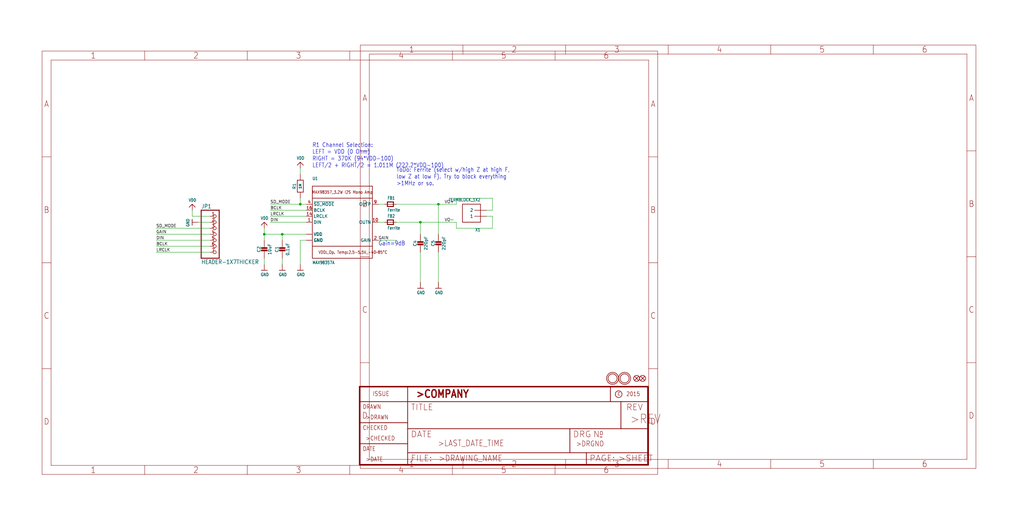
<source format=kicad_sch>
(kicad_sch (version 20211123) (generator eeschema)
  (paper "User" 433.07 220.421)
  (lib_symbols
    (symbol "eagleSchem-eagle-import:AUDIOAMP_MAX98357"
      (property "Reference" "U" (at -12.7 17.78 0))
      (property "Value" "AUDIOAMP_MAX98357" (at -12.7 -17.78 0))
      (symbol "AUDIOAMP_MAX98357_1_0"
        (polyline (pts (xy -12.7 -15.24) (xy 12.7 -15.24)) (stroke (width 0.254)))
        (polyline (pts (xy -12.7 -10.16) (xy -12.7 -15.24)) (stroke (width 0.254)))
        (polyline (pts (xy -12.7 -10.16) (xy -12.7 10.16)) (stroke (width 0.254)))
        (polyline (pts (xy -12.7 10.16) (xy -12.7 15.24)) (stroke (width 0.254)))
        (polyline (pts (xy -12.7 10.16) (xy 12.7 10.16)) (stroke (width 0.254)))
        (polyline (pts (xy -12.7 15.24) (xy 12.7 15.24)) (stroke (width 0.254)))
        (polyline (pts (xy 12.7 -15.24) (xy 12.7 -10.16)) (stroke (width 0.254)))
        (polyline (pts (xy 12.7 -10.16) (xy -12.7 -10.16)) (stroke (width 0.254)))
        (polyline (pts (xy 12.7 10.16) (xy 12.7 -10.16)) (stroke (width 0.254)))
        (polyline (pts (xy 12.7 15.24) (xy 12.7 10.16)) (stroke (width 0.254)))
        (text "2.5-5.5V_-40~85°C" (at 2.54 -12.7 0) (effects (font (size 1.27 1.0795)) (justify left)))
        (text "MAX98357_3.2W I2S Mono Amp" (at 0 12.7 0) (effects (font (size 1.27 1.0795))))
        (text "VDD:_Op. Temp:" (at -10.16 -12.7 0) (effects (font (size 1.27 1.0795)) (justify left)))
        (pin bidirectional line (at -15.24 0 0) (length 2.54) (name "DIN") (number "1"))
        (pin output line (at 15.24 0 180) (length 2.54) (name "OUTN") (number "10"))
        (pin power_in line (at -15.24 -7.62 0) (length 2.54) (name "GND") (number "11"))
        (pin bidirectional line (at -15.24 2.54 0) (length 2.54) (name "LRCLK") (number "14"))
        (pin power_in line (at -15.24 -7.62 0) (length 2.54) (name "GND") (number "15"))
        (pin bidirectional line (at -15.24 5.08 0) (length 2.54) (name "BCLK") (number "16"))
        (pin bidirectional line (at 15.24 -7.62 180) (length 2.54) (name "GAIN") (number "2"))
        (pin power_in line (at -15.24 -7.62 0) (length 2.54) (name "GND") (number "3"))
        (pin bidirectional line (at -15.24 7.62 0) (length 2.54) (name "~{SD_MODE}") (number "4"))
        (pin power_in line (at -15.24 -5.08 0) (length 2.54) (name "VDD") (number "7"))
        (pin power_in line (at -15.24 -5.08 0) (length 2.54) (name "VDD") (number "8"))
        (pin output line (at 15.24 7.62 180) (length 2.54) (name "OUTP") (number "9"))
        (pin power_in line (at -15.24 -7.62 0) (length 2.54) (name "GND") (number "THERMAL"))
      )
    )
    (symbol "eagleSchem-eagle-import:CAP_CERAMIC0805-NOOUTLINE"
      (property "Reference" "C" (at -2.29 1.25 90))
      (property "Value" "CAP_CERAMIC0805-NOOUTLINE" (at 2.3 1.25 90))
      (symbol "CAP_CERAMIC0805-NOOUTLINE_1_0"
        (rectangle (start -1.27 0.508) (end 1.27 1.016) (fill (type outline)))
        (rectangle (start -1.27 1.524) (end 1.27 2.032) (fill (type outline)))
        (polyline (pts (xy 0 0.762) (xy 0 0)) (stroke (width 0.1524)))
        (polyline (pts (xy 0 2.54) (xy 0 1.778)) (stroke (width 0.1524)))
        (pin passive line (at 0 5.08 270) (length 2.54) (name "1") (number "1"))
        (pin passive line (at 0 -2.54 90) (length 2.54) (name "2") (number "2"))
      )
    )
    (symbol "eagleSchem-eagle-import:FERRITE-0805NO"
      (property "Reference" "FB" (at -1.27 1.905 0))
      (property "Value" "FERRITE-0805NO" (at -1.27 -3.175 0))
      (symbol "FERRITE-0805NO_1_0"
        (polyline (pts (xy -1.27 -0.9525) (xy -1.27 0.9525)) (stroke (width 0.4064)))
        (polyline (pts (xy -1.27 0.9525) (xy 1.27 0.9525)) (stroke (width 0.4064)))
        (polyline (pts (xy 1.27 -0.9525) (xy -1.27 -0.9525)) (stroke (width 0.4064)))
        (polyline (pts (xy 1.27 0.9525) (xy 1.27 -0.9525)) (stroke (width 0.4064)))
        (pin passive line (at -2.54 0 0) (length 2.54) (name "P$1") (number "1"))
        (pin passive line (at 2.54 0 180) (length 2.54) (name "P$2") (number "2"))
      )
    )
    (symbol "eagleSchem-eagle-import:FIDUCIAL{dblquote}{dblquote}"
      (symbol "FIDUCIAL{dblquote}{dblquote}_1_0"
        (polyline (pts (xy -0.762 0.762) (xy 0.762 -0.762)) (stroke (width 0.254)))
        (polyline (pts (xy 0.762 0.762) (xy -0.762 -0.762)) (stroke (width 0.254)))
        (circle (center 0 0) (radius 1.27) (stroke (width 0.254)))
      )
    )
    (symbol "eagleSchem-eagle-import:FRAME_A4"
      (symbol "FRAME_A4_0_0"
        (polyline (pts (xy 0 44.7675) (xy 3.81 44.7675)))
        (polyline (pts (xy 0 89.535) (xy 3.81 89.535)))
        (polyline (pts (xy 0 134.3025) (xy 3.81 134.3025)))
        (polyline (pts (xy 3.81 3.81) (xy 3.81 175.26)))
        (polyline (pts (xy 43.3917 0) (xy 43.3917 3.81)))
        (polyline (pts (xy 43.3917 175.26) (xy 43.3917 179.07)))
        (polyline (pts (xy 86.7833 0) (xy 86.7833 3.81)))
        (polyline (pts (xy 86.7833 175.26) (xy 86.7833 179.07)))
        (polyline (pts (xy 130.175 0) (xy 130.175 3.81)))
        (polyline (pts (xy 130.175 175.26) (xy 130.175 179.07)))
        (polyline (pts (xy 173.5667 0) (xy 173.5667 3.81)))
        (polyline (pts (xy 173.5667 175.26) (xy 173.5667 179.07)))
        (polyline (pts (xy 216.9583 0) (xy 216.9583 3.81)))
        (polyline (pts (xy 216.9583 175.26) (xy 216.9583 179.07)))
        (polyline (pts (xy 256.54 3.81) (xy 3.81 3.81)))
        (polyline (pts (xy 256.54 3.81) (xy 256.54 175.26)))
        (polyline (pts (xy 256.54 44.7675) (xy 260.35 44.7675)))
        (polyline (pts (xy 256.54 89.535) (xy 260.35 89.535)))
        (polyline (pts (xy 256.54 134.3025) (xy 260.35 134.3025)))
        (polyline (pts (xy 256.54 175.26) (xy 3.81 175.26)))
        (polyline (pts (xy 0 0) (xy 260.35 0) (xy 260.35 179.07) (xy 0 179.07) (xy 0 0)))
        (text "1" (at 21.6958 1.905 0) (effects (font (size 2.54 2.286))))
        (text "1" (at 21.6958 177.165 0) (effects (font (size 2.54 2.286))))
        (text "2" (at 65.0875 1.905 0) (effects (font (size 2.54 2.286))))
        (text "2" (at 65.0875 177.165 0) (effects (font (size 2.54 2.286))))
        (text "3" (at 108.4792 1.905 0) (effects (font (size 2.54 2.286))))
        (text "3" (at 108.4792 177.165 0) (effects (font (size 2.54 2.286))))
        (text "4" (at 151.8708 1.905 0) (effects (font (size 2.54 2.286))))
        (text "4" (at 151.8708 177.165 0) (effects (font (size 2.54 2.286))))
        (text "5" (at 195.2625 1.905 0) (effects (font (size 2.54 2.286))))
        (text "5" (at 195.2625 177.165 0) (effects (font (size 2.54 2.286))))
        (text "6" (at 238.6542 1.905 0) (effects (font (size 2.54 2.286))))
        (text "6" (at 238.6542 177.165 0) (effects (font (size 2.54 2.286))))
        (text "A" (at 1.905 156.6863 0) (effects (font (size 2.54 2.286))))
        (text "A" (at 258.445 156.6863 0) (effects (font (size 2.54 2.286))))
        (text "B" (at 1.905 111.9188 0) (effects (font (size 2.54 2.286))))
        (text "B" (at 258.445 111.9188 0) (effects (font (size 2.54 2.286))))
        (text "C" (at 1.905 67.1513 0) (effects (font (size 2.54 2.286))))
        (text "C" (at 258.445 67.1513 0) (effects (font (size 2.54 2.286))))
        (text "D" (at 1.905 22.3838 0) (effects (font (size 2.54 2.286))))
        (text "D" (at 258.445 22.3838 0) (effects (font (size 2.54 2.286))))
      )
      (symbol "FRAME_A4_1_0"
        (polyline (pts (xy 256.54 3.81) (xy 256.54 8.89)) (stroke (width 0.1016)))
        (polyline (pts (xy 256.54 8.89) (xy 256.54 13.97)) (stroke (width 0.1016)))
        (polyline (pts (xy 256.54 13.97) (xy 256.54 19.05)) (stroke (width 0.1016)))
        (polyline (pts (xy 256.54 19.05) (xy 256.54 36.83)) (stroke (width 0.1016)))
      )
      (symbol "FRAME_A4_2_0"
        (polyline (pts (xy -0.3048 1.5748) (xy 20.0152 1.5748)) (stroke (width 0.6096)))
        (polyline (pts (xy -0.3048 10.4648) (xy -0.3048 1.5748)) (stroke (width 0.6096)))
        (polyline (pts (xy -0.3048 10.4648) (xy 20.0152 10.4648)) (stroke (width 0.3048)))
        (polyline (pts (xy -0.3048 19.3548) (xy -0.3048 10.4648)) (stroke (width 0.6096)))
        (polyline (pts (xy -0.3048 19.3548) (xy 20.0152 19.3548)) (stroke (width 0.3048)))
        (polyline (pts (xy -0.3048 28.2448) (xy -0.3048 19.3548)) (stroke (width 0.6096)))
        (polyline (pts (xy -0.3048 28.2448) (xy 20.0152 28.2448)) (stroke (width 0.3048)))
        (polyline (pts (xy -0.3048 34.5948) (xy -0.3048 28.2448)) (stroke (width 0.6096)))
        (polyline (pts (xy 20.0152 1.5748) (xy 20.0152 6.6548)) (stroke (width 0.3048)))
        (polyline (pts (xy 20.0152 1.5748) (xy 95.5802 1.5748)) (stroke (width 0.6096)))
        (polyline (pts (xy 20.0152 6.6548) (xy 20.0152 10.4648)) (stroke (width 0.3048)))
        (polyline (pts (xy 20.0152 6.6548) (xy 88.5952 6.6548)) (stroke (width 0.3048)))
        (polyline (pts (xy 20.0152 10.4648) (xy 20.0152 16.8148)) (stroke (width 0.3048)))
        (polyline (pts (xy 20.0152 16.8148) (xy 20.0152 19.3548)) (stroke (width 0.3048)))
        (polyline (pts (xy 20.0152 19.3548) (xy 20.0152 28.2448)) (stroke (width 0.3048)))
        (polyline (pts (xy 20.0152 28.2448) (xy 20.0152 34.5948)) (stroke (width 0.3048)))
        (polyline (pts (xy 20.0152 28.2448) (xy 105.7402 28.2448)) (stroke (width 0.3048)))
        (polyline (pts (xy 20.0152 34.5948) (xy -0.3048 34.5948)) (stroke (width 0.6096)))
        (polyline (pts (xy 88.5952 6.6548) (xy 95.5802 6.6548)) (stroke (width 0.3048)))
        (polyline (pts (xy 88.5952 16.8148) (xy 20.0152 16.8148)) (stroke (width 0.3048)))
        (polyline (pts (xy 88.5952 16.8148) (xy 88.5952 6.6548)) (stroke (width 0.3048)))
        (polyline (pts (xy 95.5802 1.5748) (xy 121.6152 1.5748)) (stroke (width 0.6096)))
        (polyline (pts (xy 95.5802 6.6548) (xy 95.5802 1.5748)) (stroke (width 0.3048)))
        (polyline (pts (xy 95.5802 6.6548) (xy 121.6152 6.6548)) (stroke (width 0.3048)))
        (polyline (pts (xy 101.2952 13.3223) (xy 102.2477 13.3223)) (stroke (width 0.254)))
        (polyline (pts (xy 105.7402 28.2448) (xy 105.7402 34.5948)) (stroke (width 0.3048)))
        (polyline (pts (xy 105.7402 28.2448) (xy 110.1852 28.2448)) (stroke (width 0.3048)))
        (polyline (pts (xy 105.7402 34.5948) (xy 20.0152 34.5948)) (stroke (width 0.6096)))
        (polyline (pts (xy 110.1852 16.8148) (xy 88.5952 16.8148)) (stroke (width 0.3048)))
        (polyline (pts (xy 110.1852 28.2448) (xy 110.1852 16.8148)) (stroke (width 0.3048)))
        (polyline (pts (xy 110.1852 28.2448) (xy 121.6152 28.2448)) (stroke (width 0.3048)))
        (polyline (pts (xy 121.6152 6.6548) (xy 121.6152 1.5748)) (stroke (width 0.6096)))
        (polyline (pts (xy 121.6152 16.8148) (xy 110.1852 16.8148)) (stroke (width 0.3048)))
        (polyline (pts (xy 121.6152 16.8148) (xy 121.6152 6.6548)) (stroke (width 0.6096)))
        (polyline (pts (xy 121.6152 28.2448) (xy 121.6152 16.8148)) (stroke (width 0.6096)))
        (polyline (pts (xy 121.6152 34.5948) (xy 105.7402 34.5948)) (stroke (width 0.6096)))
        (polyline (pts (xy 121.6152 34.5948) (xy 121.6152 28.2448)) (stroke (width 0.6096)))
        (circle (center 109.2327 31.4198) (radius 1.4199) (stroke (width 0.254)))
        (text "2015" (at 112.4077 30.4673 0) (effects (font (size 1.778 1.5113)) (justify left bottom)))
        (text ">CHECKED" (at 2.2352 11.7348 0) (effects (font (size 1.778 1.5113)) (justify left bottom)))
        (text ">COMPANY" (at 23.349 29.6735 0) (effects (font (size 3.175 2.6987) (thickness 0.5397) bold) (justify left bottom)))
        (text ">DATE" (at 2.2352 2.8448 0) (effects (font (size 1.778 1.5113)) (justify left bottom)))
        (text ">DRAWING_NAME" (at 33.0327 2.8448 0) (effects (font (size 2.54 2.159)) (justify left bottom)))
        (text ">DRAWN" (at 2.2352 20.6248 0) (effects (font (size 1.778 1.5113)) (justify left bottom)))
        (text ">DRGNO" (at 91.1352 9.1948 0) (effects (font (size 2.1844 1.8567)) (justify left bottom)))
        (text ">LAST_DATE_TIME" (at 32.7152 9.1948 0) (effects (font (size 2.54 2.159)) (justify left bottom)))
        (text ">REV" (at 113.9952 18.7198 0) (effects (font (size 3.81 3.2385)) (justify left bottom)))
        (text ">SHEET" (at 108.9152 2.8448 0) (effects (font (size 2.54 2.54)) (justify left bottom)))
        (text "C" (at 108.7564 30.7848 0) (effects (font (size 1.27 1.0795)) (justify left bottom)))
        (text "CHECKED" (at 0.9652 16.1798 0) (effects (font (size 1.778 1.5113)) (justify left bottom)))
        (text "DATE" (at 0.9652 7.2898 0) (effects (font (size 1.778 1.5113)) (justify left bottom)))
        (text "DATE" (at 21.2852 13.0048 0) (effects (font (size 2.54 2.54)) (justify left bottom)))
        (text "DRAWN" (at 0.9652 25.0698 0) (effects (font (size 1.778 1.5113)) (justify left bottom)))
        (text "DRG" (at 89.8652 13.0048 0) (effects (font (size 2.54 2.54)) (justify left bottom)))
        (text "FILE:" (at 21.2852 2.8448 0) (effects (font (size 2.54 2.54)) (justify left bottom)))
        (text "ISSUE" (at 5.0927 30.4673 0) (effects (font (size 1.9304 1.6408)) (justify left bottom)))
        (text "N" (at 98.4377 13.0048 0) (effects (font (size 2.54 2.54)) (justify left bottom)))
        (text "o" (at 100.9777 13.9573 0) (effects (font (size 2.1844 1.8567)) (justify left bottom)))
        (text "PAGE:" (at 96.8502 2.8448 0) (effects (font (size 2.54 2.54)) (justify left bottom)))
        (text "REV" (at 112.4077 24.4348 0) (effects (font (size 2.54 2.54)) (justify left bottom)))
        (text "TITLE" (at 21.2852 24.4348 0) (effects (font (size 2.54 2.54)) (justify left bottom)))
      )
    )
    (symbol "eagleSchem-eagle-import:GND" (power)
      (property "Value" "GND" (at -1.524 -2.54 0))
      (symbol "GND_1_0"
        (polyline (pts (xy -1.27 0) (xy 1.27 0)) (stroke (width 0.254)))
        (pin power_in line (at 0 2.54 270) (length 2.54) (name "GND") (number "1"))
      )
    )
    (symbol "eagleSchem-eagle-import:HEADER-1X7THICKER"
      (property "Reference" "JP" (at -6.35 10.795 0))
      (property "Value" "HEADER-1X7THICKER" (at -6.35 -12.7 0))
      (symbol "HEADER-1X7THICKER_1_0"
        (polyline (pts (xy -6.35 -10.16) (xy 1.27 -10.16)) (stroke (width 0.4064)))
        (polyline (pts (xy -6.35 10.16) (xy -6.35 -10.16)) (stroke (width 0.4064)))
        (polyline (pts (xy 1.27 -10.16) (xy 1.27 10.16)) (stroke (width 0.4064)))
        (polyline (pts (xy 1.27 10.16) (xy -6.35 10.16)) (stroke (width 0.4064)))
        (pin passive inverted (at -2.54 7.62 0) (length 2.54) (name "1") (number "1"))
        (pin passive inverted (at -2.54 5.08 0) (length 2.54) (name "2") (number "2"))
        (pin passive inverted (at -2.54 2.54 0) (length 2.54) (name "3") (number "3"))
        (pin passive inverted (at -2.54 0 0) (length 2.54) (name "4") (number "4"))
        (pin passive inverted (at -2.54 -2.54 0) (length 2.54) (name "5") (number "5"))
        (pin passive inverted (at -2.54 -5.08 0) (length 2.54) (name "6") (number "6"))
        (pin passive inverted (at -2.54 -7.62 0) (length 2.54) (name "7") (number "7"))
      )
    )
    (symbol "eagleSchem-eagle-import:MOUNTINGHOLE2.5"
      (symbol "MOUNTINGHOLE2.5_1_0"
        (circle (center 0 0) (radius 1.905) (stroke (width 0.254)))
        (circle (center 0 0) (radius 2.54) (stroke (width 0.254)))
      )
    )
    (symbol "eagleSchem-eagle-import:RESISTOR0805_NOOUTLINE"
      (property "Reference" "R" (at 0 2.54 0))
      (property "Value" "RESISTOR0805_NOOUTLINE" (at 0 0 0))
      (symbol "RESISTOR0805_NOOUTLINE_1_0"
        (polyline (pts (xy -2.54 -1.27) (xy -2.54 1.27)) (stroke (width 0.254)))
        (polyline (pts (xy -2.54 1.27) (xy 2.54 1.27)) (stroke (width 0.254)))
        (polyline (pts (xy 2.54 -1.27) (xy -2.54 -1.27)) (stroke (width 0.254)))
        (polyline (pts (xy 2.54 1.27) (xy 2.54 -1.27)) (stroke (width 0.254)))
        (pin passive line (at -5.08 0 0) (length 2.54) (name "1") (number "1"))
        (pin passive line (at 5.08 0 180) (length 2.54) (name "2") (number "2"))
      )
    )
    (symbol "eagleSchem-eagle-import:TERMBLOCK_1X2"
      (property "Reference" "X" (at -2.54 7.62 0))
      (property "Value" "TERMBLOCK_1X2" (at -2.54 -5.08 0))
      (symbol "TERMBLOCK_1X2_1_0"
        (polyline (pts (xy -2.54 -2.54) (xy 5.08 -2.54)) (stroke (width 0.254)))
        (polyline (pts (xy -2.54 5.08) (xy -2.54 -2.54)) (stroke (width 0.254)))
        (polyline (pts (xy 5.08 -2.54) (xy 5.08 5.08)) (stroke (width 0.254)))
        (polyline (pts (xy 5.08 5.08) (xy -2.54 5.08)) (stroke (width 0.254)))
        (pin passive line (at -5.08 2.54 0) (length 5.08) (name "1") (number "1"))
        (pin passive line (at -5.08 0 0) (length 5.08) (name "2") (number "2"))
      )
    )
    (symbol "eagleSchem-eagle-import:VDD" (power)
      (property "Value" "VDD" (at -1.524 1.016 0))
      (symbol "VDD_1_0"
        (polyline (pts (xy -1.27 -1.27) (xy 0 0)) (stroke (width 0.254)))
        (polyline (pts (xy 0 0) (xy 1.27 -1.27)) (stroke (width 0.254)))
        (pin power_in line (at 0 -2.54 90) (length 2.54) (name "VDD") (number "1"))
      )
    )
  )
  (junction (at 119.38 99.06))
  (junction (at 111.76 99.06))
  (junction (at 127 86.36))
  (junction (at 177.8 93.98))
  (junction (at 185.42 86.36))
  (wire (pts (xy 177.8 106.68) (xy 177.8 119.38)))
  (wire (pts (xy 129.54 86.36) (xy 127 86.36)))
  (wire (pts (xy 127 86.36) (xy 114.3 86.36)))
  (wire (pts (xy 208.28 88.9) (xy 205.74 88.9)))
  (wire (pts (xy 129.54 101.6) (xy 127 101.6)))
  (wire (pts (xy 88.9 96.52) (xy 66.04 96.52)))
  (wire (pts (xy 185.42 106.68) (xy 185.42 119.38)))
  (wire (pts (xy 160.02 93.98) (xy 162.56 93.98)))
  (wire (pts (xy 111.76 99.06) (xy 111.76 96.52)))
  (wire (pts (xy 111.76 109.22) (xy 111.76 111.76)))
  (wire (pts (xy 119.38 99.06) (xy 111.76 99.06)))
  (wire (pts (xy 160.02 101.6) (xy 167.64 101.6)))
  (wire (pts (xy 160.02 86.36) (xy 162.56 86.36)))
  (wire (pts (xy 185.42 86.36) (xy 193.04 86.36)))
  (wire (pts (xy 88.9 101.6) (xy 66.04 101.6)))
  (wire (pts (xy 193.04 93.98) (xy 193.04 96.52)))
  (wire (pts (xy 208.28 83.82) (xy 208.28 88.9)))
  (wire (pts (xy 185.42 86.36) (xy 185.42 99.06)))
  (wire (pts (xy 127 86.36) (xy 127 83.82)))
  (wire (pts (xy 167.64 86.36) (xy 185.42 86.36)))
  (wire (pts (xy 129.54 93.98) (xy 114.3 93.98)))
  (wire (pts (xy 81.28 91.44) (xy 81.28 88.9)))
  (wire (pts (xy 177.8 93.98) (xy 177.8 99.06)))
  (wire (pts (xy 129.54 88.9) (xy 114.3 88.9)))
  (wire (pts (xy 208.28 91.44) (xy 205.74 91.44)))
  (wire (pts (xy 88.9 104.14) (xy 66.04 104.14)))
  (wire (pts (xy 177.8 93.98) (xy 193.04 93.98)))
  (wire (pts (xy 208.28 96.52) (xy 208.28 91.44)))
  (wire (pts (xy 88.9 91.44) (xy 81.28 91.44)))
  (wire (pts (xy 127 73.66) (xy 127 71.12)))
  (wire (pts (xy 193.04 83.82) (xy 208.28 83.82)))
  (wire (pts (xy 193.04 86.36) (xy 193.04 83.82)))
  (wire (pts (xy 111.76 101.6) (xy 111.76 99.06)))
  (wire (pts (xy 119.38 109.22) (xy 119.38 111.76)))
  (wire (pts (xy 129.54 91.44) (xy 114.3 91.44)))
  (wire (pts (xy 193.04 96.52) (xy 208.28 96.52)))
  (wire (pts (xy 88.9 106.68) (xy 66.04 106.68)))
  (wire (pts (xy 129.54 99.06) (xy 119.38 99.06)))
  (wire (pts (xy 167.64 93.98) (xy 177.8 93.98)))
  (wire (pts (xy 119.38 101.6) (xy 119.38 99.06)))
  (wire (pts (xy 66.04 99.06) (xy 88.9 99.06)))
  (wire (pts (xy 127 101.6) (xy 127 111.76)))
  (wire (pts (xy 88.9 93.98) (xy 83.82 93.98)))
  (text "ToDo: Ferrite (select w/high Z at high F,\nlow Z at low F). Try to block everything\n>1MHz or so." (at 167.64 78.74 0) (effects (font (size 1.778 1.5113)) (justify left bottom)))
  (text "Gain=9dB" (at 160.02 104.14 180) (effects (font (size 1.778 1.5113)) (justify left bottom)))
  (text "R1 Channel Selection:\nLEFT = VDD (0 Ohm)\nRIGHT = 370K (94*VDD-100)\nLEFT/2 + RIGHT/2 = 1.011M (222.2*VDD-100)" (at 132.08 71.12 0) (effects (font (size 1.778 1.5113)) (justify left bottom)))
  (label "DIN" (at 114.3 93.98 0) (effects (font (size 1.2446 1.2446))))
  (label "GAIN" (at 66.04 99.06 0) (effects (font (size 1.2446 1.2446))))
  (label "SD_MODE" (at 66.04 96.52 0) (effects (font (size 1.2446 1.2446))))
  (label "LRCLK" (at 114.3 91.44 0) (effects (font (size 1.2446 1.2446))))
  (label "SD_MODE" (at 114.3 86.36 0) (effects (font (size 1.2446 1.2446))))
  (label "VO+" (at 187.96 86.36 0) (effects (font (size 1.2446 1.2446))))
  (label "LRCLK" (at 66.04 106.68 0) (effects (font (size 1.2446 1.2446))))
  (label "DIN" (at 66.04 101.6 0) (effects (font (size 1.2446 1.2446))))
  (label "GAIN" (at 160.02 101.6 0) (effects (font (size 1.2446 1.2446))))
  (label "BCLK" (at 66.04 104.14 0) (effects (font (size 1.2446 1.2446))))
  (label "VO-" (at 187.96 93.98 0) (effects (font (size 1.2446 1.2446))))
  (label "BCLK" (at 114.3 88.9 0) (effects (font (size 1.2446 1.2446))))
  (symbol (lib_id "eagleSchem-eagle-import:HEADER-1X7THICKER") (at 91.44 99.06 0) (unit 1)
    (property "Reference" "JP1" (at 85.09 88.265 0) (effects (font (size 1.778 1.5113)) (justify left bottom)))
    (property "Value" "HEADER-1X7THICKER" (at 85.09 111.76 0) (effects (font (size 1.778 1.5113)) (justify left bottom)))
    (property "Footprint" "eagleSchem:1X07_ROUND_76" (effects hide))
  )
  (symbol (lib_id "eagleSchem-eagle-import:FRAME_A4") (at 17.78 200.66 0) (unit 1)
    (property "Reference" "#FRAME1" (effects hide))
    (property "Value" "FRAME_A4" (effects hide))
    (property "Footprint" "eagleSchem:" (effects hide))
  )
  (symbol (lib_id "eagleSchem-eagle-import:CAP_CERAMIC0805-NOOUTLINE") (at 177.8 104.14 0) (unit 1)
    (property "Reference" "C4" (at 175.51 102.89 90))
    (property "Value" "220pF" (at 180.1 102.89 90))
    (property "Footprint" "eagleSchem:0805-NO" (effects hide))
  )
  (symbol (lib_id "eagleSchem-eagle-import:RESISTOR0805_NOOUTLINE") (at 127 78.74 90) (unit 1)
    (property "Reference" "R1" (at 124.46 78.74 0))
    (property "Value" "1M" (at 127 78.74 0) (effects (font (size 1.016 1.016) bold)))
    (property "Footprint" "eagleSchem:0805-NO" (effects hide))
  )
  (symbol (lib_id "eagleSchem-eagle-import:VDD") (at 81.28 86.36 0) (unit 1)
    (property "Reference" "#U$12" (effects hide))
    (property "Value" "VDD" (at 79.756 85.344 0) (effects (font (size 1.27 1.0795)) (justify left bottom)))
    (property "Footprint" "eagleSchem:" (effects hide))
  )
  (symbol (lib_id "eagleSchem-eagle-import:GND") (at 81.28 93.98 270) (unit 1)
    (property "Reference" "#U$13" (effects hide))
    (property "Value" "GND" (at 78.74 92.456 0) (effects (font (size 1.27 1.0795)) (justify left bottom)))
    (property "Footprint" "eagleSchem:" (effects hide))
  )
  (symbol (lib_id "eagleSchem-eagle-import:FERRITE-0805NO") (at 165.1 93.98 0) (unit 1)
    (property "Reference" "FB2" (at 163.83 92.075 0) (effects (font (size 1.27 1.0795)) (justify left bottom)))
    (property "Value" "Ferrite" (at 163.83 97.155 0) (effects (font (size 1.27 1.0795)) (justify left bottom)))
    (property "Footprint" "eagleSchem:0805-NO" (effects hide))
  )
  (symbol (lib_id "eagleSchem-eagle-import:CAP_CERAMIC0805-NOOUTLINE") (at 185.42 104.14 0) (unit 1)
    (property "Reference" "C5" (at 183.13 102.89 90))
    (property "Value" "220pF" (at 187.72 102.89 90))
    (property "Footprint" "eagleSchem:0805-NO" (effects hide))
  )
  (symbol (lib_id "eagleSchem-eagle-import:FIDUCIAL{dblquote}{dblquote}") (at 271.78 160.02 0) (unit 1)
    (property "Reference" "FID1" (effects hide))
    (property "Value" "FIDUCIAL{dblquote}{dblquote}" (effects hide))
    (property "Footprint" "eagleSchem:FIDUCIAL_1MM" (effects hide))
  )
  (symbol (lib_id "eagleSchem-eagle-import:MOUNTINGHOLE2.5") (at 259.08 160.02 0) (unit 1)
    (property "Reference" "U$10" (effects hide))
    (property "Value" "MOUNTINGHOLE2.5" (effects hide))
    (property "Footprint" "eagleSchem:MOUNTINGHOLE_2.5_PLATED" (effects hide))
  )
  (symbol (lib_id "eagleSchem-eagle-import:TERMBLOCK_1X2") (at 200.66 88.9 180) (unit 1)
    (property "Reference" "X1" (at 203.2 96.52 0) (effects (font (size 1.27 1.0795)) (justify left bottom)))
    (property "Value" "TERMBLOCK_1X2" (at 203.2 83.82 0) (effects (font (size 1.27 1.0795)) (justify left bottom)))
    (property "Footprint" "eagleSchem:TERMBLOCK_1X2-3.5MM" (effects hide))
  )
  (symbol (lib_id "eagleSchem-eagle-import:VDD") (at 111.76 93.98 0) (unit 1)
    (property "Reference" "#U$1" (effects hide))
    (property "Value" "VDD" (at 110.236 92.964 0) (effects (font (size 1.27 1.0795)) (justify left bottom)))
    (property "Footprint" "eagleSchem:" (effects hide))
  )
  (symbol (lib_id "eagleSchem-eagle-import:FIDUCIAL{dblquote}{dblquote}") (at 269.24 160.02 0) (unit 1)
    (property "Reference" "FID2" (effects hide))
    (property "Value" "FIDUCIAL{dblquote}{dblquote}" (effects hide))
    (property "Footprint" "eagleSchem:FIDUCIAL_1MM" (effects hide))
  )
  (symbol (lib_id "eagleSchem-eagle-import:GND") (at 111.76 114.3 0) (unit 1)
    (property "Reference" "#U$5" (effects hide))
    (property "Value" "GND" (at 110.236 116.84 0) (effects (font (size 1.27 1.0795)) (justify left bottom)))
    (property "Footprint" "eagleSchem:" (effects hide))
  )
  (symbol (lib_id "eagleSchem-eagle-import:FRAME_A4") (at 152.4 198.12 0) (unit 2)
    (property "Reference" "#FRAME1" (effects hide))
    (property "Value" "FRAME_A4" (effects hide))
    (property "Footprint" "eagleSchem:" (effects hide))
  )
  (symbol (lib_id "eagleSchem-eagle-import:FERRITE-0805NO") (at 165.1 86.36 0) (unit 1)
    (property "Reference" "FB1" (at 163.83 84.455 0) (effects (font (size 1.27 1.0795)) (justify left bottom)))
    (property "Value" "Ferrite" (at 163.83 89.535 0) (effects (font (size 1.27 1.0795)) (justify left bottom)))
    (property "Footprint" "eagleSchem:0805-NO" (effects hide))
  )
  (symbol (lib_id "eagleSchem-eagle-import:MOUNTINGHOLE2.5") (at 264.16 160.02 0) (unit 1)
    (property "Reference" "U$9" (effects hide))
    (property "Value" "MOUNTINGHOLE2.5" (effects hide))
    (property "Footprint" "eagleSchem:MOUNTINGHOLE_2.5_PLATED" (effects hide))
  )
  (symbol (lib_id "eagleSchem-eagle-import:VDD") (at 127 68.58 0) (unit 1)
    (property "Reference" "#U$3" (effects hide))
    (property "Value" "VDD" (at 125.476 67.564 0) (effects (font (size 1.27 1.0795)) (justify left bottom)))
    (property "Footprint" "eagleSchem:" (effects hide))
  )
  (symbol (lib_id "eagleSchem-eagle-import:CAP_CERAMIC0805-NOOUTLINE") (at 119.38 106.68 0) (unit 1)
    (property "Reference" "C1" (at 117.09 105.43 90))
    (property "Value" "0.1uF" (at 121.68 105.43 90))
    (property "Footprint" "eagleSchem:0805-NO" (effects hide))
  )
  (symbol (lib_id "eagleSchem-eagle-import:AUDIOAMP_MAX98357") (at 144.78 93.98 0) (unit 1)
    (property "Reference" "U1" (at 132.08 76.2 0) (effects (font (size 1.27 1.0795)) (justify left bottom)))
    (property "Value" "MAX98357A" (at 132.08 111.76 0) (effects (font (size 1.27 1.0795)) (justify left bottom)))
    (property "Footprint" "eagleSchem:QFN16_3MM" (effects hide))
  )
  (symbol (lib_id "eagleSchem-eagle-import:GND") (at 185.42 121.92 0) (unit 1)
    (property "Reference" "#U$8" (effects hide))
    (property "Value" "GND" (at 183.896 124.46 0) (effects (font (size 1.27 1.0795)) (justify left bottom)))
    (property "Footprint" "eagleSchem:" (effects hide))
  )
  (symbol (lib_id "eagleSchem-eagle-import:GND") (at 177.8 121.92 0) (unit 1)
    (property "Reference" "#U$7" (effects hide))
    (property "Value" "GND" (at 176.276 124.46 0) (effects (font (size 1.27 1.0795)) (justify left bottom)))
    (property "Footprint" "eagleSchem:" (effects hide))
  )
  (symbol (lib_id "eagleSchem-eagle-import:CAP_CERAMIC0805-NOOUTLINE") (at 111.76 106.68 0) (unit 1)
    (property "Reference" "C2" (at 109.47 105.43 90))
    (property "Value" "10uF" (at 114.06 105.43 90))
    (property "Footprint" "eagleSchem:0805-NO" (effects hide))
  )
  (symbol (lib_id "eagleSchem-eagle-import:GND") (at 119.38 114.3 0) (unit 1)
    (property "Reference" "#U$4" (effects hide))
    (property "Value" "GND" (at 117.856 116.84 0) (effects (font (size 1.27 1.0795)) (justify left bottom)))
    (property "Footprint" "eagleSchem:" (effects hide))
  )
  (symbol (lib_id "eagleSchem-eagle-import:GND") (at 127 114.3 0) (unit 1)
    (property "Reference" "#U$2" (effects hide))
    (property "Value" "GND" (at 125.476 116.84 0) (effects (font (size 1.27 1.0795)) (justify left bottom)))
    (property "Footprint" "eagleSchem:" (effects hide))
  )
)
</source>
